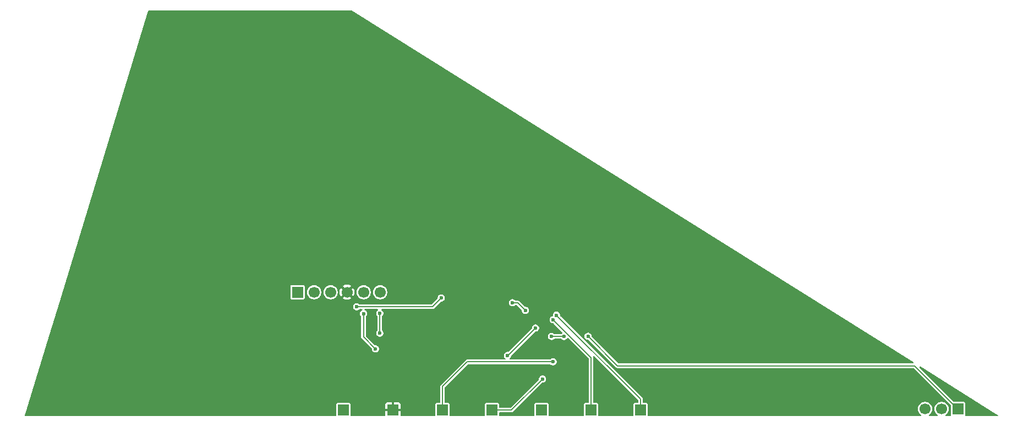
<source format=gbr>
%TF.GenerationSoftware,KiCad,Pcbnew,9.0.2*%
%TF.CreationDate,2025-08-03T14:59:52-04:00*%
%TF.ProjectId,SGTC_Center,53475443-5f43-4656-9e74-65722e6b6963,rev?*%
%TF.SameCoordinates,Original*%
%TF.FileFunction,Copper,L2,Bot*%
%TF.FilePolarity,Positive*%
%FSLAX46Y46*%
G04 Gerber Fmt 4.6, Leading zero omitted, Abs format (unit mm)*
G04 Created by KiCad (PCBNEW 9.0.2) date 2025-08-03 14:59:52*
%MOMM*%
%LPD*%
G01*
G04 APERTURE LIST*
%TA.AperFunction,ComponentPad*%
%ADD10R,1.700000X1.700000*%
%TD*%
%TA.AperFunction,ComponentPad*%
%ADD11C,1.700000*%
%TD*%
%TA.AperFunction,ViaPad*%
%ADD12C,0.600000*%
%TD*%
%TA.AperFunction,Conductor*%
%ADD13C,0.200000*%
%TD*%
G04 APERTURE END LIST*
D10*
%TO.P,J4,1,Pin_1*%
%TO.N,DIN*%
X156210000Y-120650000D03*
%TD*%
%TO.P,J8,1,Pin_1*%
%TO.N,GND*%
X125730000Y-120650000D03*
%TD*%
%TO.P,J9,1,Pin_1*%
%TO.N,+3.3V*%
X118110000Y-120650000D03*
%TD*%
%TO.P,J1,1,Pin_1*%
%TO.N,GAUGE1_IN_N*%
X111050000Y-102500000D03*
D11*
%TO.P,J1,2,Pin_2*%
%TO.N,GAUGE1_IN_P*%
X113590000Y-102500000D03*
%TO.P,J1,3,Pin_3*%
%TO.N,+3.3V*%
X116130000Y-102500000D03*
%TO.P,J1,4,Pin_4*%
%TO.N,GND*%
X118670000Y-102500000D03*
%TO.P,J1,5,Pin_5*%
%TO.N,GAUGE2_IN_N*%
X121210000Y-102500000D03*
%TO.P,J1,6,Pin_6*%
%TO.N,GAUGE2_IN_P*%
X123750000Y-102500000D03*
%TD*%
D10*
%TO.P,J3,1,Pin_1*%
%TO.N,~{CS}*%
X212680000Y-120500000D03*
D11*
%TO.P,J3,2,Pin_2*%
%TO.N,Net-(J3-Pin_2)*%
X210140000Y-120500000D03*
%TO.P,J3,3,Pin_3*%
%TO.N,Net-(J3-Pin_3)*%
X207600000Y-120500000D03*
%TD*%
D10*
%TO.P,J7,1,Pin_1*%
%TO.N,~{SYNC}{slash}~{RST}*%
X133350000Y-120650000D03*
%TD*%
%TO.P,J5,1,Pin_1*%
%TO.N,DOUT*%
X148590000Y-120650000D03*
%TD*%
%TO.P,J6,1,Pin_1*%
%TO.N,SPICLK*%
X140970000Y-120650000D03*
%TD*%
%TO.P,J2,1,Pin_1*%
%TO.N,ADCCLK*%
X163830000Y-120650000D03*
%TD*%
D12*
%TO.N,GND*%
X169200000Y-118000000D03*
X159613600Y-119176800D03*
X169750000Y-112000000D03*
X111800000Y-106400000D03*
X212100000Y-118200000D03*
X166500000Y-108500000D03*
X159512000Y-105257600D03*
X186750000Y-120750000D03*
X145800000Y-103000000D03*
X169500000Y-115250000D03*
X144000000Y-104874999D03*
X149000000Y-111900000D03*
X169000000Y-103500000D03*
%TO.N,+3.3V*%
X133150000Y-103400000D03*
X146100000Y-105300000D03*
X120150000Y-104750000D03*
X144110000Y-104130000D03*
%TO.N,GAUGE2_IN_N*%
X123050000Y-111250000D03*
X121200000Y-105800000D03*
%TO.N,GAUGE2_IN_P*%
X123700000Y-105750000D03*
X123700000Y-108800000D03*
%TO.N,DIN*%
X150370000Y-106740000D03*
%TO.N,SPICLK*%
X147655909Y-108031909D03*
X143357600Y-112268000D03*
X148742400Y-115874800D03*
%TO.N,~{SYNC}{slash}~{RST}*%
X150368000Y-113233200D03*
%TO.N,ADCCLK*%
X150900000Y-106050000D03*
%TO.N,~{CS}*%
X155740000Y-109300000D03*
X152050000Y-109310000D03*
X150140000Y-109310000D03*
%TD*%
D13*
%TO.N,+3.3V*%
X144930000Y-104130000D02*
X146100000Y-105300000D01*
X144110000Y-104130000D02*
X144930000Y-104130000D01*
X120150000Y-104750000D02*
X131800000Y-104750000D01*
X131800000Y-104750000D02*
X133150000Y-103400000D01*
%TO.N,GAUGE2_IN_N*%
X121200000Y-109400000D02*
X123050000Y-111250000D01*
X121200000Y-105800000D02*
X121200000Y-109400000D01*
%TO.N,GAUGE2_IN_P*%
X123700000Y-105750000D02*
X123700000Y-108800000D01*
%TO.N,DIN*%
X156210000Y-112580000D02*
X156210000Y-120650000D01*
X150370000Y-106740000D02*
X156210000Y-112580000D01*
%TO.N,SPICLK*%
X143419818Y-112268000D02*
X143357600Y-112268000D01*
X143967200Y-120650000D02*
X140970000Y-120650000D01*
X147655909Y-108031909D02*
X143419818Y-112268000D01*
X148742400Y-115874800D02*
X143967200Y-120650000D01*
%TO.N,~{SYNC}{slash}~{RST}*%
X150368000Y-113233200D02*
X137160000Y-113233200D01*
X133350000Y-117043200D02*
X133350000Y-120650000D01*
X137160000Y-113233200D02*
X133350000Y-117043200D01*
%TO.N,ADCCLK*%
X150900000Y-106050000D02*
X163797060Y-118947060D01*
X163797060Y-118947060D02*
X163797060Y-120557836D01*
%TO.N,~{CS}*%
X150140000Y-109310000D02*
X152050000Y-109310000D01*
X160280000Y-113840000D02*
X205979224Y-113840000D01*
X205979224Y-113840000D02*
X212697060Y-120557836D01*
X155740000Y-109300000D02*
X160280000Y-113840000D01*
%TD*%
%TA.AperFunction,Conductor*%
%TO.N,GND*%
G36*
X119337329Y-59123442D02*
G01*
X205817072Y-113306606D01*
X205856345Y-113353524D01*
X205860539Y-113414566D01*
X205828054Y-113466415D01*
X205771296Y-113489267D01*
X205764509Y-113489500D01*
X160466190Y-113489500D01*
X160407999Y-113470593D01*
X160396186Y-113460504D01*
X156319496Y-109383814D01*
X156291719Y-109329297D01*
X156290500Y-109313810D01*
X156290500Y-109227525D01*
X156286825Y-109213810D01*
X156252984Y-109087515D01*
X156252982Y-109087512D01*
X156252982Y-109087510D01*
X156180512Y-108961989D01*
X156180510Y-108961987D01*
X156180509Y-108961985D01*
X156078015Y-108859491D01*
X156078012Y-108859489D01*
X156078010Y-108859487D01*
X155952488Y-108787017D01*
X155952489Y-108787017D01*
X155922896Y-108779087D01*
X155812475Y-108749500D01*
X155667525Y-108749500D01*
X155630205Y-108759500D01*
X155527510Y-108787017D01*
X155401989Y-108859487D01*
X155299487Y-108961989D01*
X155227017Y-109087510D01*
X155227016Y-109087515D01*
X155189500Y-109227525D01*
X155189500Y-109372475D01*
X155209240Y-109446143D01*
X155227017Y-109512489D01*
X155299487Y-109638010D01*
X155299489Y-109638012D01*
X155299491Y-109638015D01*
X155401985Y-109740509D01*
X155401987Y-109740510D01*
X155401989Y-109740512D01*
X155527511Y-109812982D01*
X155527512Y-109812982D01*
X155527515Y-109812984D01*
X155667525Y-109850500D01*
X155753810Y-109850500D01*
X155812001Y-109869407D01*
X155823814Y-109879496D01*
X160064788Y-114120470D01*
X160144712Y-114166614D01*
X160233856Y-114190500D01*
X160233857Y-114190500D01*
X160326144Y-114190500D01*
X205793034Y-114190500D01*
X205851225Y-114209407D01*
X205863038Y-114219496D01*
X211550504Y-119906962D01*
X211578281Y-119961479D01*
X211579500Y-119976966D01*
X211579500Y-121374672D01*
X211579501Y-121374684D01*
X211594033Y-121447736D01*
X211594035Y-121447742D01*
X211597773Y-121453336D01*
X211614380Y-121512225D01*
X211593201Y-121569628D01*
X211542327Y-121603620D01*
X211515456Y-121607336D01*
X210792856Y-121607336D01*
X210734665Y-121588429D01*
X210698701Y-121538929D01*
X210698701Y-121477743D01*
X210734664Y-121428244D01*
X210856928Y-121339414D01*
X210979414Y-121216928D01*
X211081232Y-121076788D01*
X211159873Y-120922445D01*
X211159874Y-120922440D01*
X211159876Y-120922438D01*
X211213401Y-120757706D01*
X211213402Y-120757702D01*
X211240500Y-120586614D01*
X211240500Y-120413385D01*
X211213402Y-120242297D01*
X211213401Y-120242293D01*
X211159876Y-120077561D01*
X211159874Y-120077558D01*
X211159873Y-120077557D01*
X211159873Y-120077555D01*
X211081232Y-119923212D01*
X210979414Y-119783072D01*
X210856928Y-119660586D01*
X210716788Y-119558768D01*
X210716787Y-119558767D01*
X210716785Y-119558766D01*
X210562441Y-119480125D01*
X210562438Y-119480123D01*
X210397706Y-119426598D01*
X210397702Y-119426597D01*
X210226614Y-119399500D01*
X210226611Y-119399500D01*
X210053389Y-119399500D01*
X210053386Y-119399500D01*
X209882297Y-119426597D01*
X209882293Y-119426598D01*
X209717561Y-119480123D01*
X209717558Y-119480125D01*
X209563214Y-119558766D01*
X209423073Y-119660585D01*
X209300585Y-119783073D01*
X209198766Y-119923214D01*
X209120125Y-120077558D01*
X209120123Y-120077561D01*
X209066598Y-120242293D01*
X209066597Y-120242297D01*
X209039500Y-120413385D01*
X209039500Y-120586614D01*
X209066597Y-120757702D01*
X209066598Y-120757706D01*
X209120123Y-120922438D01*
X209120125Y-120922441D01*
X209180690Y-121041309D01*
X209198768Y-121076788D01*
X209300586Y-121216928D01*
X209423072Y-121339414D01*
X209545335Y-121428244D01*
X209581299Y-121477743D01*
X209581299Y-121538929D01*
X209545335Y-121588429D01*
X209487144Y-121607336D01*
X208252856Y-121607336D01*
X208194665Y-121588429D01*
X208158701Y-121538929D01*
X208158701Y-121477743D01*
X208194664Y-121428244D01*
X208316928Y-121339414D01*
X208439414Y-121216928D01*
X208541232Y-121076788D01*
X208619873Y-120922445D01*
X208619874Y-120922440D01*
X208619876Y-120922438D01*
X208673401Y-120757706D01*
X208673402Y-120757702D01*
X208700500Y-120586614D01*
X208700500Y-120413385D01*
X208673402Y-120242297D01*
X208673401Y-120242293D01*
X208619876Y-120077561D01*
X208619874Y-120077558D01*
X208619873Y-120077557D01*
X208619873Y-120077555D01*
X208541232Y-119923212D01*
X208439414Y-119783072D01*
X208316928Y-119660586D01*
X208176788Y-119558768D01*
X208176787Y-119558767D01*
X208176785Y-119558766D01*
X208022441Y-119480125D01*
X208022438Y-119480123D01*
X207857706Y-119426598D01*
X207857702Y-119426597D01*
X207686614Y-119399500D01*
X207686611Y-119399500D01*
X207513389Y-119399500D01*
X207513386Y-119399500D01*
X207342297Y-119426597D01*
X207342293Y-119426598D01*
X207177561Y-119480123D01*
X207177558Y-119480125D01*
X207023214Y-119558766D01*
X206883073Y-119660585D01*
X206760585Y-119783073D01*
X206658766Y-119923214D01*
X206580125Y-120077558D01*
X206580123Y-120077561D01*
X206526598Y-120242293D01*
X206526597Y-120242297D01*
X206499500Y-120413385D01*
X206499500Y-120586614D01*
X206526597Y-120757702D01*
X206526598Y-120757706D01*
X206580123Y-120922438D01*
X206580125Y-120922441D01*
X206640690Y-121041309D01*
X206658768Y-121076788D01*
X206760586Y-121216928D01*
X206883072Y-121339414D01*
X207005335Y-121428244D01*
X207041299Y-121477743D01*
X207041299Y-121538929D01*
X207005335Y-121588429D01*
X206947144Y-121607336D01*
X165029500Y-121607336D01*
X164971309Y-121588429D01*
X164935345Y-121538929D01*
X164930500Y-121508336D01*
X164930500Y-119775327D01*
X164930498Y-119775315D01*
X164921509Y-119730127D01*
X164915966Y-119702260D01*
X164864562Y-119625327D01*
X164860602Y-119619400D01*
X164860599Y-119619397D01*
X164777742Y-119564035D01*
X164777740Y-119564034D01*
X164777737Y-119564033D01*
X164777736Y-119564033D01*
X164704684Y-119549501D01*
X164704674Y-119549500D01*
X164704673Y-119549500D01*
X164246560Y-119549500D01*
X164188369Y-119530593D01*
X164152405Y-119481093D01*
X164147560Y-119450500D01*
X164147560Y-118900917D01*
X164147560Y-118900916D01*
X164123674Y-118811772D01*
X164077530Y-118731848D01*
X151479496Y-106133814D01*
X151451719Y-106079297D01*
X151450500Y-106063810D01*
X151450500Y-105977525D01*
X151446470Y-105962485D01*
X151412984Y-105837515D01*
X151412982Y-105837512D01*
X151412982Y-105837510D01*
X151340512Y-105711989D01*
X151340510Y-105711987D01*
X151340509Y-105711985D01*
X151238015Y-105609491D01*
X151238012Y-105609489D01*
X151238010Y-105609487D01*
X151112488Y-105537017D01*
X151112489Y-105537017D01*
X151082896Y-105529087D01*
X150972475Y-105499500D01*
X150827525Y-105499500D01*
X150779065Y-105512485D01*
X150687510Y-105537017D01*
X150561989Y-105609487D01*
X150459487Y-105711989D01*
X150387017Y-105837510D01*
X150349500Y-105977525D01*
X150349500Y-106099608D01*
X150330593Y-106157799D01*
X150281093Y-106193763D01*
X150276133Y-106195232D01*
X150245113Y-106203544D01*
X150157510Y-106227017D01*
X150031989Y-106299487D01*
X149929487Y-106401989D01*
X149857017Y-106527510D01*
X149819500Y-106667525D01*
X149819500Y-106812474D01*
X149857017Y-106952489D01*
X149929487Y-107078010D01*
X149929489Y-107078012D01*
X149929491Y-107078015D01*
X150031985Y-107180509D01*
X150031987Y-107180510D01*
X150031989Y-107180512D01*
X150157511Y-107252982D01*
X150157512Y-107252982D01*
X150157515Y-107252984D01*
X150297525Y-107290500D01*
X150383810Y-107290500D01*
X150442001Y-107309407D01*
X150453814Y-107319496D01*
X151805763Y-108671445D01*
X151815701Y-108690950D01*
X151829043Y-108708298D01*
X151829298Y-108717636D01*
X151833540Y-108725962D01*
X151830116Y-108747580D01*
X151830714Y-108769460D01*
X151825628Y-108775918D01*
X151823969Y-108786394D01*
X151796114Y-108819923D01*
X151790920Y-108823917D01*
X151711985Y-108869491D01*
X151646429Y-108935046D01*
X151641323Y-108938974D01*
X151618262Y-108947169D01*
X151596454Y-108958281D01*
X151584305Y-108959237D01*
X151583670Y-108959463D01*
X151583199Y-108959324D01*
X151580968Y-108959500D01*
X150609032Y-108959500D01*
X150550841Y-108940593D01*
X150539029Y-108930504D01*
X150478015Y-108869491D01*
X150478010Y-108869487D01*
X150352488Y-108797017D01*
X150352489Y-108797017D01*
X150273747Y-108775918D01*
X150212475Y-108759500D01*
X150067525Y-108759500D01*
X150006253Y-108775918D01*
X149927510Y-108797017D01*
X149801989Y-108869487D01*
X149699487Y-108971989D01*
X149627017Y-109097510D01*
X149591705Y-109229297D01*
X149589500Y-109237525D01*
X149589500Y-109382475D01*
X149619087Y-109492896D01*
X149627017Y-109522489D01*
X149699487Y-109648010D01*
X149699489Y-109648012D01*
X149699491Y-109648015D01*
X149801985Y-109750509D01*
X149801987Y-109750510D01*
X149801989Y-109750512D01*
X149927511Y-109822982D01*
X149927512Y-109822982D01*
X149927515Y-109822984D01*
X150067525Y-109860500D01*
X150067526Y-109860500D01*
X150212474Y-109860500D01*
X150212475Y-109860500D01*
X150352485Y-109822984D01*
X150352487Y-109822982D01*
X150352489Y-109822982D01*
X150478010Y-109750512D01*
X150478010Y-109750511D01*
X150478015Y-109750509D01*
X150508522Y-109720002D01*
X150539029Y-109689496D01*
X150593546Y-109661719D01*
X150609032Y-109660500D01*
X151580968Y-109660500D01*
X151639159Y-109679407D01*
X151650971Y-109689496D01*
X151711984Y-109750508D01*
X151711989Y-109750512D01*
X151837511Y-109822982D01*
X151837512Y-109822982D01*
X151837515Y-109822984D01*
X151977525Y-109860500D01*
X151977526Y-109860500D01*
X152122474Y-109860500D01*
X152122475Y-109860500D01*
X152262485Y-109822984D01*
X152262487Y-109822982D01*
X152262489Y-109822982D01*
X152388010Y-109750512D01*
X152388010Y-109750511D01*
X152388015Y-109750509D01*
X152490509Y-109648015D01*
X152532814Y-109574739D01*
X152578282Y-109533799D01*
X152639132Y-109527403D01*
X152688554Y-109554236D01*
X155830504Y-112696186D01*
X155858281Y-112750703D01*
X155859500Y-112766190D01*
X155859500Y-119450500D01*
X155840593Y-119508691D01*
X155791093Y-119544655D01*
X155760500Y-119549500D01*
X155335326Y-119549500D01*
X155335325Y-119549500D01*
X155335315Y-119549501D01*
X155262263Y-119564033D01*
X155262257Y-119564035D01*
X155179400Y-119619397D01*
X155179397Y-119619400D01*
X155124035Y-119702257D01*
X155124033Y-119702263D01*
X155109501Y-119775315D01*
X155109500Y-119775327D01*
X155109500Y-121508336D01*
X155090593Y-121566527D01*
X155041093Y-121602491D01*
X155010500Y-121607336D01*
X149789500Y-121607336D01*
X149731309Y-121588429D01*
X149695345Y-121538929D01*
X149690500Y-121508336D01*
X149690500Y-119775327D01*
X149690498Y-119775315D01*
X149681509Y-119730127D01*
X149675966Y-119702260D01*
X149624562Y-119625327D01*
X149620602Y-119619400D01*
X149620599Y-119619397D01*
X149537742Y-119564035D01*
X149537740Y-119564034D01*
X149537737Y-119564033D01*
X149537736Y-119564033D01*
X149464684Y-119549501D01*
X149464674Y-119549500D01*
X147715326Y-119549500D01*
X147715325Y-119549500D01*
X147715315Y-119549501D01*
X147642263Y-119564033D01*
X147642257Y-119564035D01*
X147559400Y-119619397D01*
X147559397Y-119619400D01*
X147504035Y-119702257D01*
X147504033Y-119702263D01*
X147489501Y-119775315D01*
X147489500Y-119775327D01*
X147489500Y-121508336D01*
X147470593Y-121566527D01*
X147421093Y-121602491D01*
X147390500Y-121607336D01*
X142169500Y-121607336D01*
X142111309Y-121588429D01*
X142075345Y-121538929D01*
X142070500Y-121508336D01*
X142070500Y-121099500D01*
X142089407Y-121041309D01*
X142138907Y-121005345D01*
X142169500Y-121000500D01*
X144013342Y-121000500D01*
X144013344Y-121000500D01*
X144102488Y-120976614D01*
X144182412Y-120930470D01*
X148658586Y-116454296D01*
X148713103Y-116426519D01*
X148728590Y-116425300D01*
X148814874Y-116425300D01*
X148814875Y-116425300D01*
X148954885Y-116387784D01*
X148954887Y-116387782D01*
X148954889Y-116387782D01*
X149080410Y-116315312D01*
X149080410Y-116315311D01*
X149080415Y-116315309D01*
X149182909Y-116212815D01*
X149255384Y-116087285D01*
X149292900Y-115947275D01*
X149292900Y-115802325D01*
X149255384Y-115662315D01*
X149255382Y-115662312D01*
X149255382Y-115662310D01*
X149182912Y-115536789D01*
X149182910Y-115536787D01*
X149182909Y-115536785D01*
X149080415Y-115434291D01*
X149080412Y-115434289D01*
X149080410Y-115434287D01*
X148954888Y-115361817D01*
X148954889Y-115361817D01*
X148925296Y-115353887D01*
X148814875Y-115324300D01*
X148669925Y-115324300D01*
X148608190Y-115340841D01*
X148529910Y-115361817D01*
X148404389Y-115434287D01*
X148301887Y-115536789D01*
X148229417Y-115662310D01*
X148191900Y-115802325D01*
X148191900Y-115888610D01*
X148172993Y-115946801D01*
X148162904Y-115958614D01*
X143851014Y-120270504D01*
X143796497Y-120298281D01*
X143781010Y-120299500D01*
X142169500Y-120299500D01*
X142111309Y-120280593D01*
X142075345Y-120231093D01*
X142070500Y-120200500D01*
X142070500Y-119775327D01*
X142070498Y-119775315D01*
X142061509Y-119730127D01*
X142055966Y-119702260D01*
X142004562Y-119625327D01*
X142000602Y-119619400D01*
X142000599Y-119619397D01*
X141917742Y-119564035D01*
X141917740Y-119564034D01*
X141917737Y-119564033D01*
X141917736Y-119564033D01*
X141844684Y-119549501D01*
X141844674Y-119549500D01*
X140095326Y-119549500D01*
X140095325Y-119549500D01*
X140095315Y-119549501D01*
X140022263Y-119564033D01*
X140022257Y-119564035D01*
X139939400Y-119619397D01*
X139939397Y-119619400D01*
X139884035Y-119702257D01*
X139884033Y-119702263D01*
X139869501Y-119775315D01*
X139869500Y-119775327D01*
X139869500Y-121508336D01*
X139850593Y-121566527D01*
X139801093Y-121602491D01*
X139770500Y-121607336D01*
X134549500Y-121607336D01*
X134491309Y-121588429D01*
X134455345Y-121538929D01*
X134450500Y-121508336D01*
X134450500Y-119775327D01*
X134450498Y-119775315D01*
X134441509Y-119730127D01*
X134435966Y-119702260D01*
X134384562Y-119625327D01*
X134380602Y-119619400D01*
X134380599Y-119619397D01*
X134297742Y-119564035D01*
X134297740Y-119564034D01*
X134297737Y-119564033D01*
X134297736Y-119564033D01*
X134224684Y-119549501D01*
X134224674Y-119549500D01*
X134224673Y-119549500D01*
X133799500Y-119549500D01*
X133741309Y-119530593D01*
X133705345Y-119481093D01*
X133700500Y-119450500D01*
X133700500Y-117229390D01*
X133719407Y-117171199D01*
X133729496Y-117159386D01*
X137276186Y-113612696D01*
X137330703Y-113584919D01*
X137346190Y-113583700D01*
X149898968Y-113583700D01*
X149957159Y-113602607D01*
X149968971Y-113612696D01*
X150029984Y-113673708D01*
X150029989Y-113673712D01*
X150155511Y-113746182D01*
X150155512Y-113746182D01*
X150155515Y-113746184D01*
X150295525Y-113783700D01*
X150295526Y-113783700D01*
X150440474Y-113783700D01*
X150440475Y-113783700D01*
X150580485Y-113746184D01*
X150580487Y-113746182D01*
X150580489Y-113746182D01*
X150706010Y-113673712D01*
X150706010Y-113673711D01*
X150706015Y-113673709D01*
X150808509Y-113571215D01*
X150841897Y-113513386D01*
X150880982Y-113445689D01*
X150880982Y-113445687D01*
X150880984Y-113445685D01*
X150918500Y-113305675D01*
X150918500Y-113160725D01*
X150880984Y-113020715D01*
X150880982Y-113020712D01*
X150880982Y-113020710D01*
X150808512Y-112895189D01*
X150808510Y-112895187D01*
X150808509Y-112895185D01*
X150706015Y-112792691D01*
X150706012Y-112792689D01*
X150706010Y-112792687D01*
X150580488Y-112720217D01*
X150580489Y-112720217D01*
X150536794Y-112708509D01*
X150440475Y-112682700D01*
X150295525Y-112682700D01*
X150245195Y-112696186D01*
X150155510Y-112720217D01*
X150029989Y-112792687D01*
X150029984Y-112792691D01*
X149968971Y-112853704D01*
X149914454Y-112881481D01*
X149898968Y-112882700D01*
X143760249Y-112882700D01*
X143702058Y-112863793D01*
X143666094Y-112814293D01*
X143666094Y-112753107D01*
X143692989Y-112715060D01*
X143691026Y-112713097D01*
X143695612Y-112708510D01*
X143695615Y-112708509D01*
X143798109Y-112606015D01*
X143870584Y-112480485D01*
X143908100Y-112340475D01*
X143908100Y-112316407D01*
X143927007Y-112258216D01*
X143937096Y-112246403D01*
X147572094Y-108611405D01*
X147626611Y-108583628D01*
X147642098Y-108582409D01*
X147728383Y-108582409D01*
X147728384Y-108582409D01*
X147868394Y-108544893D01*
X147868396Y-108544891D01*
X147868398Y-108544891D01*
X147993919Y-108472421D01*
X147993919Y-108472420D01*
X147993924Y-108472418D01*
X148096418Y-108369924D01*
X148096421Y-108369919D01*
X148168891Y-108244398D01*
X148168891Y-108244396D01*
X148168893Y-108244394D01*
X148206409Y-108104384D01*
X148206409Y-107959434D01*
X148168893Y-107819424D01*
X148168891Y-107819421D01*
X148168891Y-107819419D01*
X148096421Y-107693898D01*
X148096419Y-107693896D01*
X148096418Y-107693894D01*
X147993924Y-107591400D01*
X147993921Y-107591398D01*
X147993919Y-107591396D01*
X147868397Y-107518926D01*
X147868398Y-107518926D01*
X147838805Y-107510996D01*
X147728384Y-107481409D01*
X147583434Y-107481409D01*
X147521699Y-107497950D01*
X147443419Y-107518926D01*
X147317898Y-107591396D01*
X147215396Y-107693898D01*
X147142926Y-107819419D01*
X147105409Y-107959434D01*
X147105409Y-108045718D01*
X147086502Y-108103909D01*
X147076413Y-108115722D01*
X143503631Y-111688504D01*
X143449114Y-111716281D01*
X143433627Y-111717500D01*
X143430075Y-111717500D01*
X143285125Y-111717500D01*
X143223390Y-111734041D01*
X143145110Y-111755017D01*
X143019589Y-111827487D01*
X142917087Y-111929989D01*
X142844617Y-112055510D01*
X142807100Y-112195525D01*
X142807100Y-112340474D01*
X142844617Y-112480489D01*
X142917087Y-112606010D01*
X142917089Y-112606012D01*
X142917091Y-112606015D01*
X143019585Y-112708509D01*
X143019587Y-112708510D01*
X143024174Y-112713097D01*
X143022097Y-112715173D01*
X143049868Y-112755561D01*
X143048280Y-112816726D01*
X143011044Y-112865276D01*
X142954951Y-112882700D01*
X137113856Y-112882700D01*
X137024712Y-112906586D01*
X136944788Y-112952730D01*
X133069530Y-116827988D01*
X133023386Y-116907912D01*
X132999500Y-116997057D01*
X132999500Y-119450500D01*
X132980593Y-119508691D01*
X132931093Y-119544655D01*
X132900500Y-119549500D01*
X132475326Y-119549500D01*
X132475325Y-119549500D01*
X132475315Y-119549501D01*
X132402263Y-119564033D01*
X132402257Y-119564035D01*
X132319400Y-119619397D01*
X132319397Y-119619400D01*
X132264035Y-119702257D01*
X132264033Y-119702263D01*
X132249501Y-119775315D01*
X132249500Y-119775327D01*
X132249500Y-121508336D01*
X132230593Y-121566527D01*
X132181093Y-121602491D01*
X132150500Y-121607336D01*
X126979000Y-121607336D01*
X126920809Y-121588429D01*
X126884845Y-121538929D01*
X126880000Y-121508336D01*
X126880000Y-120850001D01*
X126879999Y-120850000D01*
X126191880Y-120850000D01*
X126195925Y-120842993D01*
X126230000Y-120715826D01*
X126230000Y-120584174D01*
X126195925Y-120457007D01*
X126191880Y-120450000D01*
X126879998Y-120450000D01*
X126879999Y-120449999D01*
X126879999Y-119755210D01*
X126879998Y-119755208D01*
X126877090Y-119730125D01*
X126831786Y-119627522D01*
X126752477Y-119548213D01*
X126649872Y-119502909D01*
X126624797Y-119500000D01*
X125930001Y-119500000D01*
X125930000Y-119500001D01*
X125930000Y-120188120D01*
X125922993Y-120184075D01*
X125795826Y-120150000D01*
X125664174Y-120150000D01*
X125537007Y-120184075D01*
X125530000Y-120188120D01*
X125530000Y-119500001D01*
X125529999Y-119500000D01*
X124835210Y-119500000D01*
X124835207Y-119500001D01*
X124810125Y-119502909D01*
X124707522Y-119548213D01*
X124628213Y-119627522D01*
X124582909Y-119730127D01*
X124580000Y-119755202D01*
X124580000Y-120449999D01*
X124580001Y-120450000D01*
X125268120Y-120450000D01*
X125264075Y-120457007D01*
X125230000Y-120584174D01*
X125230000Y-120715826D01*
X125264075Y-120842993D01*
X125268120Y-120850000D01*
X124580002Y-120850000D01*
X124580001Y-120850001D01*
X124580001Y-121508336D01*
X124561094Y-121566527D01*
X124511594Y-121602491D01*
X124481001Y-121607336D01*
X119309500Y-121607336D01*
X119251309Y-121588429D01*
X119215345Y-121538929D01*
X119210500Y-121508336D01*
X119210500Y-119775327D01*
X119210499Y-119775323D01*
X119210497Y-119775315D01*
X119195966Y-119702260D01*
X119144562Y-119625327D01*
X119140602Y-119619400D01*
X119140599Y-119619397D01*
X119057742Y-119564035D01*
X119057740Y-119564034D01*
X119057737Y-119564033D01*
X119057736Y-119564033D01*
X118984684Y-119549501D01*
X118984674Y-119549500D01*
X117235326Y-119549500D01*
X117235325Y-119549500D01*
X117235315Y-119549501D01*
X117162263Y-119564033D01*
X117162257Y-119564035D01*
X117079400Y-119619397D01*
X117079397Y-119619400D01*
X117024035Y-119702257D01*
X117024033Y-119702263D01*
X117009501Y-119775315D01*
X117009500Y-119775327D01*
X117009500Y-121508336D01*
X116990593Y-121566527D01*
X116941093Y-121602491D01*
X116910500Y-121607336D01*
X69215850Y-121607336D01*
X69157659Y-121588429D01*
X69121695Y-121538929D01*
X69121128Y-121479547D01*
X72751430Y-109535288D01*
X74227884Y-104677525D01*
X119599500Y-104677525D01*
X119599500Y-104822475D01*
X119609419Y-104859491D01*
X119637017Y-104962489D01*
X119709487Y-105088010D01*
X119709489Y-105088012D01*
X119709491Y-105088015D01*
X119811985Y-105190509D01*
X119811987Y-105190510D01*
X119811989Y-105190512D01*
X119937511Y-105262982D01*
X119937512Y-105262982D01*
X119937515Y-105262984D01*
X120077525Y-105300500D01*
X120077526Y-105300500D01*
X120222474Y-105300500D01*
X120222475Y-105300500D01*
X120362485Y-105262984D01*
X120362487Y-105262982D01*
X120362489Y-105262982D01*
X120488010Y-105190512D01*
X120488010Y-105190511D01*
X120488015Y-105190509D01*
X120518522Y-105160002D01*
X120549029Y-105129496D01*
X120603546Y-105101719D01*
X120619032Y-105100500D01*
X120941097Y-105100500D01*
X120999288Y-105119407D01*
X121035252Y-105168907D01*
X121035252Y-105230093D01*
X120999288Y-105279593D01*
X120990597Y-105285236D01*
X120861989Y-105359487D01*
X120759487Y-105461989D01*
X120687017Y-105587510D01*
X120653664Y-105711985D01*
X120649500Y-105727525D01*
X120649500Y-105872475D01*
X120677648Y-105977525D01*
X120687017Y-106012489D01*
X120759487Y-106138010D01*
X120759489Y-106138012D01*
X120759491Y-106138015D01*
X120820505Y-106199029D01*
X120848281Y-106253544D01*
X120849500Y-106269031D01*
X120849500Y-109446143D01*
X120870685Y-109525209D01*
X120873386Y-109535289D01*
X120873387Y-109535291D01*
X120896164Y-109574741D01*
X120919530Y-109615212D01*
X122470505Y-111166187D01*
X122498281Y-111220702D01*
X122499500Y-111236189D01*
X122499500Y-111322474D01*
X122537017Y-111462489D01*
X122609487Y-111588010D01*
X122609489Y-111588012D01*
X122609491Y-111588015D01*
X122711985Y-111690509D01*
X122711987Y-111690510D01*
X122711989Y-111690512D01*
X122837511Y-111762982D01*
X122837512Y-111762982D01*
X122837515Y-111762984D01*
X122977525Y-111800500D01*
X122977526Y-111800500D01*
X123122474Y-111800500D01*
X123122475Y-111800500D01*
X123262485Y-111762984D01*
X123262487Y-111762982D01*
X123262489Y-111762982D01*
X123388010Y-111690512D01*
X123388010Y-111690511D01*
X123388015Y-111690509D01*
X123490509Y-111588015D01*
X123562984Y-111462485D01*
X123600500Y-111322475D01*
X123600500Y-111177525D01*
X123562984Y-111037515D01*
X123562982Y-111037512D01*
X123562982Y-111037510D01*
X123490512Y-110911989D01*
X123490510Y-110911987D01*
X123490509Y-110911985D01*
X123388015Y-110809491D01*
X123388012Y-110809489D01*
X123388010Y-110809487D01*
X123262488Y-110737017D01*
X123262489Y-110737017D01*
X123232896Y-110729087D01*
X123122475Y-110699500D01*
X123122474Y-110699500D01*
X123036190Y-110699500D01*
X122977999Y-110680593D01*
X122966186Y-110670504D01*
X121579496Y-109283814D01*
X121551719Y-109229297D01*
X121550500Y-109213810D01*
X121550500Y-106269031D01*
X121569407Y-106210840D01*
X121579490Y-106199033D01*
X121640509Y-106138015D01*
X121640512Y-106138010D01*
X121712982Y-106012489D01*
X121712982Y-106012487D01*
X121712984Y-106012485D01*
X121750500Y-105872475D01*
X121750500Y-105727525D01*
X121712984Y-105587515D01*
X121712982Y-105587512D01*
X121712982Y-105587510D01*
X121640512Y-105461989D01*
X121640510Y-105461987D01*
X121640509Y-105461985D01*
X121538015Y-105359491D01*
X121538012Y-105359489D01*
X121538010Y-105359487D01*
X121409403Y-105285236D01*
X121368462Y-105239767D01*
X121362066Y-105178917D01*
X121392659Y-105125929D01*
X121448555Y-105101042D01*
X121458903Y-105100500D01*
X123354494Y-105100500D01*
X123412685Y-105119407D01*
X123448649Y-105168907D01*
X123448649Y-105230093D01*
X123412685Y-105279593D01*
X123403995Y-105285236D01*
X123361987Y-105309489D01*
X123259487Y-105411989D01*
X123187017Y-105537510D01*
X123187016Y-105537515D01*
X123149500Y-105677525D01*
X123149500Y-105822475D01*
X123162897Y-105872474D01*
X123187017Y-105962489D01*
X123259487Y-106088010D01*
X123259489Y-106088012D01*
X123259491Y-106088015D01*
X123320505Y-106149029D01*
X123348281Y-106203544D01*
X123349500Y-106219031D01*
X123349500Y-108330968D01*
X123330593Y-108389159D01*
X123320504Y-108400971D01*
X123259491Y-108461984D01*
X123259487Y-108461989D01*
X123187017Y-108587510D01*
X123164527Y-108671445D01*
X123149500Y-108727525D01*
X123149500Y-108872475D01*
X123176164Y-108971985D01*
X123187017Y-109012489D01*
X123259487Y-109138010D01*
X123259489Y-109138012D01*
X123259491Y-109138015D01*
X123361985Y-109240509D01*
X123361987Y-109240510D01*
X123361989Y-109240512D01*
X123487511Y-109312982D01*
X123487512Y-109312982D01*
X123487515Y-109312984D01*
X123627525Y-109350500D01*
X123627526Y-109350500D01*
X123772474Y-109350500D01*
X123772475Y-109350500D01*
X123912485Y-109312984D01*
X123912487Y-109312982D01*
X123912489Y-109312982D01*
X124038010Y-109240512D01*
X124038010Y-109240511D01*
X124038015Y-109240509D01*
X124140509Y-109138015D01*
X124212984Y-109012485D01*
X124250500Y-108872475D01*
X124250500Y-108727525D01*
X124212984Y-108587515D01*
X124212982Y-108587512D01*
X124212982Y-108587510D01*
X124140512Y-108461989D01*
X124140508Y-108461984D01*
X124079496Y-108400971D01*
X124051719Y-108346454D01*
X124050500Y-108330968D01*
X124050500Y-106219031D01*
X124069407Y-106160840D01*
X124079490Y-106149033D01*
X124140509Y-106088015D01*
X124184114Y-106012489D01*
X124212982Y-105962489D01*
X124212982Y-105962487D01*
X124212984Y-105962485D01*
X124250500Y-105822475D01*
X124250500Y-105677525D01*
X124212984Y-105537515D01*
X124212982Y-105537512D01*
X124212982Y-105537510D01*
X124140512Y-105411989D01*
X124140510Y-105411987D01*
X124140509Y-105411985D01*
X124038015Y-105309491D01*
X124038012Y-105309489D01*
X123996005Y-105285236D01*
X123955065Y-105239766D01*
X123948670Y-105178916D01*
X123979263Y-105125928D01*
X124035158Y-105101042D01*
X124045506Y-105100500D01*
X131846142Y-105100500D01*
X131846144Y-105100500D01*
X131935288Y-105076614D01*
X131945912Y-105070480D01*
X132015212Y-105030470D01*
X132988155Y-104057525D01*
X143559500Y-104057525D01*
X143559500Y-104202475D01*
X143568756Y-104237017D01*
X143597017Y-104342489D01*
X143669487Y-104468010D01*
X143669489Y-104468012D01*
X143669491Y-104468015D01*
X143771985Y-104570509D01*
X143771987Y-104570510D01*
X143771989Y-104570512D01*
X143897511Y-104642982D01*
X143897512Y-104642982D01*
X143897515Y-104642984D01*
X144037525Y-104680500D01*
X144037526Y-104680500D01*
X144182474Y-104680500D01*
X144182475Y-104680500D01*
X144322485Y-104642984D01*
X144322487Y-104642982D01*
X144322489Y-104642982D01*
X144448010Y-104570512D01*
X144448010Y-104570511D01*
X144448015Y-104570509D01*
X144481014Y-104537510D01*
X144509029Y-104509496D01*
X144516145Y-104505870D01*
X144520841Y-104499407D01*
X144542892Y-104492242D01*
X144563546Y-104481719D01*
X144579032Y-104480500D01*
X144743810Y-104480500D01*
X144802001Y-104499407D01*
X144813814Y-104509496D01*
X145520504Y-105216186D01*
X145548281Y-105270703D01*
X145549500Y-105286190D01*
X145549500Y-105372475D01*
X145579087Y-105482896D01*
X145587017Y-105512489D01*
X145659487Y-105638010D01*
X145659489Y-105638012D01*
X145659491Y-105638015D01*
X145761985Y-105740509D01*
X145761987Y-105740510D01*
X145761989Y-105740512D01*
X145887511Y-105812982D01*
X145887512Y-105812982D01*
X145887515Y-105812984D01*
X146027525Y-105850500D01*
X146027526Y-105850500D01*
X146172474Y-105850500D01*
X146172475Y-105850500D01*
X146312485Y-105812984D01*
X146312487Y-105812982D01*
X146312489Y-105812982D01*
X146438010Y-105740512D01*
X146438010Y-105740511D01*
X146438015Y-105740509D01*
X146540509Y-105638015D01*
X146540512Y-105638010D01*
X146612982Y-105512489D01*
X146612982Y-105512487D01*
X146612984Y-105512485D01*
X146650500Y-105372475D01*
X146650500Y-105227525D01*
X146612984Y-105087515D01*
X146612982Y-105087512D01*
X146612982Y-105087510D01*
X146540512Y-104961989D01*
X146540510Y-104961987D01*
X146540509Y-104961985D01*
X146438015Y-104859491D01*
X146438012Y-104859489D01*
X146438010Y-104859487D01*
X146312488Y-104787017D01*
X146312489Y-104787017D01*
X146282896Y-104779087D01*
X146172475Y-104749500D01*
X146172474Y-104749500D01*
X146086190Y-104749500D01*
X146027999Y-104730593D01*
X146016186Y-104720504D01*
X145605169Y-104309487D01*
X145145212Y-103849530D01*
X145065288Y-103803386D01*
X145065287Y-103803385D01*
X145065286Y-103803385D01*
X145054517Y-103800499D01*
X145054517Y-103800500D01*
X144976144Y-103779500D01*
X144976142Y-103779500D01*
X144579032Y-103779500D01*
X144520841Y-103760593D01*
X144509029Y-103750504D01*
X144448015Y-103689491D01*
X144448010Y-103689487D01*
X144322488Y-103617017D01*
X144322489Y-103617017D01*
X144260847Y-103600500D01*
X144182475Y-103579500D01*
X144037525Y-103579500D01*
X144013394Y-103585966D01*
X143897510Y-103617017D01*
X143771989Y-103689487D01*
X143669487Y-103791989D01*
X143597017Y-103917510D01*
X143587851Y-103951719D01*
X143559500Y-104057525D01*
X132988155Y-104057525D01*
X133066185Y-103979495D01*
X133120702Y-103951719D01*
X133136189Y-103950500D01*
X133222474Y-103950500D01*
X133222475Y-103950500D01*
X133362485Y-103912984D01*
X133362487Y-103912982D01*
X133362489Y-103912982D01*
X133488010Y-103840512D01*
X133488010Y-103840511D01*
X133488015Y-103840509D01*
X133590509Y-103738015D01*
X133590512Y-103738010D01*
X133662982Y-103612489D01*
X133662982Y-103612487D01*
X133662984Y-103612485D01*
X133700500Y-103472475D01*
X133700500Y-103327525D01*
X133662984Y-103187515D01*
X133662982Y-103187512D01*
X133662982Y-103187510D01*
X133590512Y-103061989D01*
X133590510Y-103061987D01*
X133590509Y-103061985D01*
X133488015Y-102959491D01*
X133488012Y-102959489D01*
X133488010Y-102959487D01*
X133362488Y-102887017D01*
X133362489Y-102887017D01*
X133332896Y-102879087D01*
X133222475Y-102849500D01*
X133077525Y-102849500D01*
X133015790Y-102866041D01*
X132937510Y-102887017D01*
X132811989Y-102959487D01*
X132709487Y-103061989D01*
X132637017Y-103187510D01*
X132599500Y-103327525D01*
X132599500Y-103413810D01*
X132580593Y-103472001D01*
X132570504Y-103483814D01*
X131683814Y-104370504D01*
X131629297Y-104398281D01*
X131613810Y-104399500D01*
X120619032Y-104399500D01*
X120560841Y-104380593D01*
X120549029Y-104370504D01*
X120488015Y-104309491D01*
X120488010Y-104309487D01*
X120362488Y-104237017D01*
X120362489Y-104237017D01*
X120332896Y-104229087D01*
X120222475Y-104199500D01*
X120077525Y-104199500D01*
X120015790Y-104216041D01*
X119937510Y-104237017D01*
X119811989Y-104309487D01*
X119709487Y-104411989D01*
X119637017Y-104537510D01*
X119637016Y-104537515D01*
X119599500Y-104677525D01*
X74227884Y-104677525D01*
X75155560Y-101625327D01*
X109949500Y-101625327D01*
X109949500Y-103374672D01*
X109949501Y-103374684D01*
X109964033Y-103447736D01*
X109964035Y-103447742D01*
X110019397Y-103530599D01*
X110019400Y-103530602D01*
X110083455Y-103573401D01*
X110102260Y-103585966D01*
X110157808Y-103597015D01*
X110175315Y-103600498D01*
X110175320Y-103600498D01*
X110175326Y-103600500D01*
X110175327Y-103600500D01*
X111924673Y-103600500D01*
X111924674Y-103600500D01*
X111997740Y-103585966D01*
X112080601Y-103530601D01*
X112135966Y-103447740D01*
X112150500Y-103374674D01*
X112150500Y-102413384D01*
X112489500Y-102413384D01*
X112489500Y-102586614D01*
X112516597Y-102757702D01*
X112516598Y-102757706D01*
X112570123Y-102922438D01*
X112570125Y-102922441D01*
X112641227Y-103061989D01*
X112648768Y-103076788D01*
X112750586Y-103216928D01*
X112873072Y-103339414D01*
X113013212Y-103441232D01*
X113167555Y-103519873D01*
X113167557Y-103519873D01*
X113167558Y-103519874D01*
X113167561Y-103519876D01*
X113332293Y-103573401D01*
X113332297Y-103573402D01*
X113503386Y-103600500D01*
X113503389Y-103600500D01*
X113676614Y-103600500D01*
X113847702Y-103573402D01*
X113847706Y-103573401D01*
X114012438Y-103519876D01*
X114012440Y-103519874D01*
X114012445Y-103519873D01*
X114166788Y-103441232D01*
X114306928Y-103339414D01*
X114429414Y-103216928D01*
X114531232Y-103076788D01*
X114609873Y-102922445D01*
X114609874Y-102922440D01*
X114609876Y-102922438D01*
X114663401Y-102757706D01*
X114663402Y-102757702D01*
X114690500Y-102586614D01*
X114690500Y-102413384D01*
X115029500Y-102413384D01*
X115029500Y-102586614D01*
X115056597Y-102757702D01*
X115056598Y-102757706D01*
X115110123Y-102922438D01*
X115110125Y-102922441D01*
X115181227Y-103061989D01*
X115188768Y-103076788D01*
X115290586Y-103216928D01*
X115413072Y-103339414D01*
X115553212Y-103441232D01*
X115707555Y-103519873D01*
X115707557Y-103519873D01*
X115707558Y-103519874D01*
X115707561Y-103519876D01*
X115872293Y-103573401D01*
X115872297Y-103573402D01*
X116043386Y-103600500D01*
X116043389Y-103600500D01*
X116216614Y-103600500D01*
X116387702Y-103573402D01*
X116387706Y-103573401D01*
X116552438Y-103519876D01*
X116552440Y-103519874D01*
X116552445Y-103519873D01*
X116706788Y-103441232D01*
X116846928Y-103339414D01*
X116969414Y-103216928D01*
X117071232Y-103076788D01*
X117149873Y-102922445D01*
X117149874Y-102922440D01*
X117149876Y-102922438D01*
X117203401Y-102757706D01*
X117203402Y-102757702D01*
X117230500Y-102586614D01*
X117230500Y-102413385D01*
X117229883Y-102409489D01*
X117520000Y-102409489D01*
X117520000Y-102590510D01*
X117548316Y-102769289D01*
X117604250Y-102941440D01*
X117686430Y-103102728D01*
X117727667Y-103159488D01*
X118201980Y-102685174D01*
X118204075Y-102692993D01*
X118269901Y-102807007D01*
X118362993Y-102900099D01*
X118477007Y-102965925D01*
X118484821Y-102968019D01*
X118010511Y-103442330D01*
X118067275Y-103483571D01*
X118228559Y-103565749D01*
X118400710Y-103621683D01*
X118579490Y-103650000D01*
X118760510Y-103650000D01*
X118939289Y-103621683D01*
X119111440Y-103565749D01*
X119272728Y-103483569D01*
X119329487Y-103442330D01*
X118855176Y-102968019D01*
X118862993Y-102965925D01*
X118977007Y-102900099D01*
X119070099Y-102807007D01*
X119135925Y-102692993D01*
X119138019Y-102685176D01*
X119612330Y-103159487D01*
X119653569Y-103102728D01*
X119735749Y-102941440D01*
X119791683Y-102769289D01*
X119820000Y-102590510D01*
X119820000Y-102413384D01*
X120109500Y-102413384D01*
X120109500Y-102586614D01*
X120136597Y-102757702D01*
X120136598Y-102757706D01*
X120190123Y-102922438D01*
X120190125Y-102922441D01*
X120261227Y-103061989D01*
X120268768Y-103076788D01*
X120370586Y-103216928D01*
X120493072Y-103339414D01*
X120633212Y-103441232D01*
X120787555Y-103519873D01*
X120787557Y-103519873D01*
X120787558Y-103519874D01*
X120787561Y-103519876D01*
X120952293Y-103573401D01*
X120952297Y-103573402D01*
X121123386Y-103600500D01*
X121123389Y-103600500D01*
X121296614Y-103600500D01*
X121467702Y-103573402D01*
X121467706Y-103573401D01*
X121632438Y-103519876D01*
X121632440Y-103519874D01*
X121632445Y-103519873D01*
X121786788Y-103441232D01*
X121926928Y-103339414D01*
X122049414Y-103216928D01*
X122151232Y-103076788D01*
X122229873Y-102922445D01*
X122229874Y-102922440D01*
X122229876Y-102922438D01*
X122283401Y-102757706D01*
X122283402Y-102757702D01*
X122310500Y-102586614D01*
X122310500Y-102413384D01*
X122649500Y-102413384D01*
X122649500Y-102586614D01*
X122676597Y-102757702D01*
X122676598Y-102757706D01*
X122730123Y-102922438D01*
X122730125Y-102922441D01*
X122801227Y-103061989D01*
X122808768Y-103076788D01*
X122910586Y-103216928D01*
X123033072Y-103339414D01*
X123173212Y-103441232D01*
X123327555Y-103519873D01*
X123327557Y-103519873D01*
X123327558Y-103519874D01*
X123327561Y-103519876D01*
X123492293Y-103573401D01*
X123492297Y-103573402D01*
X123663386Y-103600500D01*
X123663389Y-103600500D01*
X123836614Y-103600500D01*
X124007702Y-103573402D01*
X124007706Y-103573401D01*
X124172438Y-103519876D01*
X124172440Y-103519874D01*
X124172445Y-103519873D01*
X124326788Y-103441232D01*
X124466928Y-103339414D01*
X124589414Y-103216928D01*
X124691232Y-103076788D01*
X124769873Y-102922445D01*
X124769874Y-102922440D01*
X124769876Y-102922438D01*
X124823401Y-102757706D01*
X124823402Y-102757702D01*
X124850500Y-102586614D01*
X124850500Y-102413384D01*
X124850499Y-102413378D01*
X124823402Y-102242297D01*
X124823401Y-102242293D01*
X124769876Y-102077561D01*
X124769874Y-102077558D01*
X124769873Y-102077557D01*
X124769873Y-102077555D01*
X124691232Y-101923212D01*
X124589414Y-101783072D01*
X124466928Y-101660586D01*
X124326788Y-101558768D01*
X124326787Y-101558767D01*
X124326785Y-101558766D01*
X124172441Y-101480125D01*
X124172438Y-101480123D01*
X124007706Y-101426598D01*
X124007702Y-101426597D01*
X123836614Y-101399500D01*
X123836611Y-101399500D01*
X123663389Y-101399500D01*
X123663386Y-101399500D01*
X123492297Y-101426597D01*
X123492293Y-101426598D01*
X123327561Y-101480123D01*
X123327558Y-101480125D01*
X123173214Y-101558766D01*
X123033073Y-101660585D01*
X122910585Y-101783073D01*
X122808766Y-101923214D01*
X122730125Y-102077558D01*
X122730123Y-102077561D01*
X122676598Y-102242293D01*
X122676597Y-102242297D01*
X122649501Y-102413378D01*
X122649500Y-102413384D01*
X122310500Y-102413384D01*
X122310499Y-102413378D01*
X122283402Y-102242297D01*
X122283401Y-102242293D01*
X122229876Y-102077561D01*
X122229874Y-102077558D01*
X122229873Y-102077557D01*
X122229873Y-102077555D01*
X122151232Y-101923212D01*
X122049414Y-101783072D01*
X121926928Y-101660586D01*
X121786788Y-101558768D01*
X121786787Y-101558767D01*
X121786785Y-101558766D01*
X121632441Y-101480125D01*
X121632438Y-101480123D01*
X121467706Y-101426598D01*
X121467702Y-101426597D01*
X121296614Y-101399500D01*
X121296611Y-101399500D01*
X121123389Y-101399500D01*
X121123386Y-101399500D01*
X120952297Y-101426597D01*
X120952293Y-101426598D01*
X120787561Y-101480123D01*
X120787558Y-101480125D01*
X120633214Y-101558766D01*
X120493073Y-101660585D01*
X120370585Y-101783073D01*
X120268766Y-101923214D01*
X120190125Y-102077558D01*
X120190123Y-102077561D01*
X120136598Y-102242293D01*
X120136597Y-102242297D01*
X120109501Y-102413378D01*
X120109500Y-102413384D01*
X119820000Y-102413384D01*
X119820000Y-102409489D01*
X119791683Y-102230710D01*
X119735749Y-102058559D01*
X119653571Y-101897275D01*
X119612330Y-101840511D01*
X119138019Y-102314821D01*
X119135925Y-102307007D01*
X119070099Y-102192993D01*
X118977007Y-102099901D01*
X118862993Y-102034075D01*
X118855174Y-102031980D01*
X119329488Y-101557667D01*
X119272728Y-101516430D01*
X119111440Y-101434250D01*
X118939289Y-101378316D01*
X118760510Y-101350000D01*
X118579490Y-101350000D01*
X118400710Y-101378316D01*
X118228559Y-101434250D01*
X118067267Y-101516432D01*
X118010510Y-101557667D01*
X118484823Y-102031980D01*
X118477007Y-102034075D01*
X118362993Y-102099901D01*
X118269901Y-102192993D01*
X118204075Y-102307007D01*
X118201980Y-102314823D01*
X117727667Y-101840510D01*
X117686432Y-101897267D01*
X117604250Y-102058559D01*
X117548316Y-102230710D01*
X117520000Y-102409489D01*
X117229883Y-102409489D01*
X117203402Y-102242297D01*
X117203401Y-102242293D01*
X117149876Y-102077561D01*
X117149874Y-102077558D01*
X117149873Y-102077557D01*
X117149873Y-102077555D01*
X117071232Y-101923212D01*
X116969414Y-101783072D01*
X116846928Y-101660586D01*
X116706788Y-101558768D01*
X116706787Y-101558767D01*
X116706785Y-101558766D01*
X116552441Y-101480125D01*
X116552438Y-101480123D01*
X116387706Y-101426598D01*
X116387702Y-101426597D01*
X116216614Y-101399500D01*
X116216611Y-101399500D01*
X116043389Y-101399500D01*
X116043386Y-101399500D01*
X115872297Y-101426597D01*
X115872293Y-101426598D01*
X115707561Y-101480123D01*
X115707558Y-101480125D01*
X115553214Y-101558766D01*
X115413073Y-101660585D01*
X115290585Y-101783073D01*
X115188766Y-101923214D01*
X115110125Y-102077558D01*
X115110123Y-102077561D01*
X115056598Y-102242293D01*
X115056597Y-102242297D01*
X115029501Y-102413378D01*
X115029500Y-102413384D01*
X114690500Y-102413384D01*
X114690499Y-102413378D01*
X114663402Y-102242297D01*
X114663401Y-102242293D01*
X114609876Y-102077561D01*
X114609874Y-102077558D01*
X114609873Y-102077557D01*
X114609873Y-102077555D01*
X114531232Y-101923212D01*
X114429414Y-101783072D01*
X114306928Y-101660586D01*
X114166788Y-101558768D01*
X114166787Y-101558767D01*
X114166785Y-101558766D01*
X114012441Y-101480125D01*
X114012438Y-101480123D01*
X113847706Y-101426598D01*
X113847702Y-101426597D01*
X113676614Y-101399500D01*
X113676611Y-101399500D01*
X113503389Y-101399500D01*
X113503386Y-101399500D01*
X113332297Y-101426597D01*
X113332293Y-101426598D01*
X113167561Y-101480123D01*
X113167558Y-101480125D01*
X113013214Y-101558766D01*
X112873073Y-101660585D01*
X112750585Y-101783073D01*
X112648766Y-101923214D01*
X112570125Y-102077558D01*
X112570123Y-102077561D01*
X112516598Y-102242293D01*
X112516597Y-102242297D01*
X112489501Y-102413378D01*
X112489500Y-102413384D01*
X112150500Y-102413384D01*
X112150500Y-101625326D01*
X112135966Y-101552260D01*
X112087768Y-101480125D01*
X112080602Y-101469400D01*
X112080599Y-101469397D01*
X111997742Y-101414035D01*
X111997740Y-101414034D01*
X111997737Y-101414033D01*
X111997736Y-101414033D01*
X111924684Y-101399501D01*
X111924674Y-101399500D01*
X110175326Y-101399500D01*
X110175325Y-101399500D01*
X110175315Y-101399501D01*
X110102263Y-101414033D01*
X110102257Y-101414035D01*
X110019400Y-101469397D01*
X110019397Y-101469400D01*
X109964035Y-101552257D01*
X109964033Y-101552263D01*
X109949501Y-101625315D01*
X109949500Y-101625327D01*
X75155560Y-101625327D01*
X88056706Y-59178546D01*
X88091719Y-59128369D01*
X88149538Y-59108354D01*
X88151428Y-59108336D01*
X119284766Y-59108336D01*
X119337329Y-59123442D01*
G37*
%TD.AperFunction*%
%TA.AperFunction,Conductor*%
G36*
X156694119Y-112340568D02*
G01*
X156701820Y-112347502D01*
X163417564Y-119063246D01*
X163445341Y-119117763D01*
X163446560Y-119133250D01*
X163446560Y-119450500D01*
X163427653Y-119508691D01*
X163378153Y-119544655D01*
X163347560Y-119549500D01*
X162955326Y-119549500D01*
X162955325Y-119549500D01*
X162955315Y-119549501D01*
X162882263Y-119564033D01*
X162882257Y-119564035D01*
X162799400Y-119619397D01*
X162799397Y-119619400D01*
X162744035Y-119702257D01*
X162744033Y-119702263D01*
X162729501Y-119775315D01*
X162729500Y-119775327D01*
X162729500Y-121508336D01*
X162710593Y-121566527D01*
X162661093Y-121602491D01*
X162630500Y-121607336D01*
X157409500Y-121607336D01*
X157351309Y-121588429D01*
X157315345Y-121538929D01*
X157310500Y-121508336D01*
X157310500Y-119775327D01*
X157310498Y-119775315D01*
X157301509Y-119730127D01*
X157295966Y-119702260D01*
X157244562Y-119625327D01*
X157240602Y-119619400D01*
X157240599Y-119619397D01*
X157157742Y-119564035D01*
X157157740Y-119564034D01*
X157157737Y-119564033D01*
X157157736Y-119564033D01*
X157084684Y-119549501D01*
X157084674Y-119549500D01*
X157084673Y-119549500D01*
X156659500Y-119549500D01*
X156601309Y-119530593D01*
X156565345Y-119481093D01*
X156560500Y-119450500D01*
X156560500Y-112533857D01*
X156546199Y-112480485D01*
X156536614Y-112444712D01*
X156536612Y-112444709D01*
X156536189Y-112443129D01*
X156539391Y-112382028D01*
X156577897Y-112334478D01*
X156636997Y-112318642D01*
X156694119Y-112340568D01*
G37*
%TD.AperFunction*%
%TA.AperFunction,Conductor*%
G36*
X206890561Y-113979191D02*
G01*
X218442444Y-121216928D01*
X218773650Y-121424442D01*
X218812923Y-121471360D01*
X218817117Y-121532402D01*
X218784632Y-121584251D01*
X218727874Y-121607103D01*
X218721087Y-121607336D01*
X213844544Y-121607336D01*
X213786353Y-121588429D01*
X213750389Y-121538929D01*
X213750389Y-121477743D01*
X213762227Y-121453336D01*
X213762553Y-121452847D01*
X213765966Y-121447740D01*
X213780500Y-121374674D01*
X213780500Y-119625326D01*
X213765966Y-119552260D01*
X213717768Y-119480125D01*
X213710602Y-119469400D01*
X213710599Y-119469397D01*
X213627742Y-119414035D01*
X213627740Y-119414034D01*
X213627737Y-119414033D01*
X213627736Y-119414033D01*
X213554684Y-119399501D01*
X213554674Y-119399500D01*
X213554673Y-119399500D01*
X212075414Y-119399500D01*
X212017223Y-119380593D01*
X212005410Y-119370504D01*
X209462894Y-116827988D01*
X206767993Y-114133087D01*
X206740218Y-114078573D01*
X206749789Y-114018141D01*
X206793054Y-113974876D01*
X206853486Y-113965305D01*
X206890561Y-113979191D01*
G37*
%TD.AperFunction*%
%TD*%
M02*

</source>
